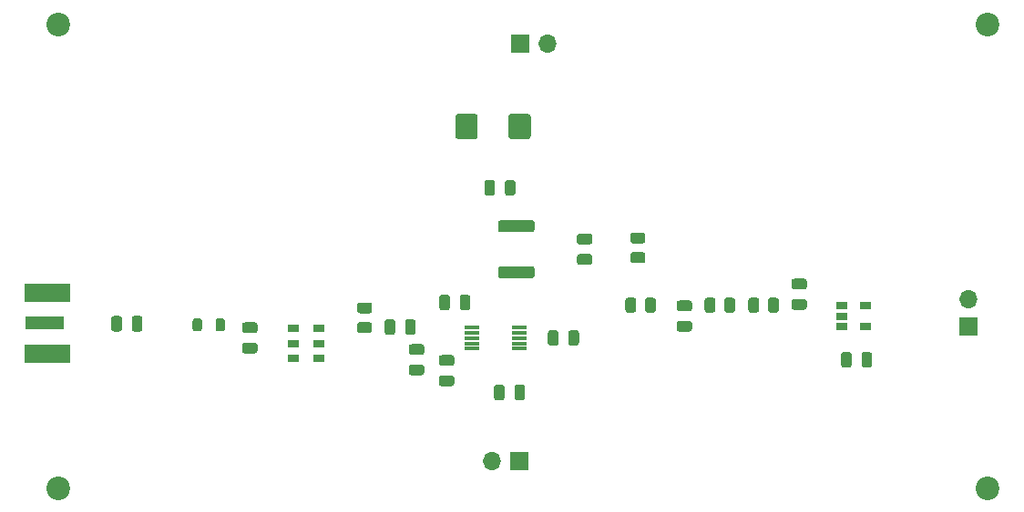
<source format=gbr>
%TF.GenerationSoftware,KiCad,Pcbnew,(5.1.9)-1*%
%TF.CreationDate,2021-03-17T18:43:56-04:00*%
%TF.ProjectId,NJR_New_Demod,4e4a525f-4e65-4775-9f44-656d6f642e6b,rev?*%
%TF.SameCoordinates,Original*%
%TF.FileFunction,Soldermask,Top*%
%TF.FilePolarity,Negative*%
%FSLAX46Y46*%
G04 Gerber Fmt 4.6, Leading zero omitted, Abs format (unit mm)*
G04 Created by KiCad (PCBNEW (5.1.9)-1) date 2021-03-17 18:43:56*
%MOMM*%
%LPD*%
G01*
G04 APERTURE LIST*
%ADD10R,1.050000X0.800000*%
%ADD11R,4.200000X1.750000*%
%ADD12R,3.600000X1.270000*%
%ADD13C,2.200000*%
%ADD14O,1.700000X1.700000*%
%ADD15R,1.700000X1.700000*%
%ADD16R,1.400000X0.300000*%
%ADD17R,1.060000X0.650000*%
G04 APERTURE END LIST*
D10*
%TO.C,U1*%
X96625000Y-90548000D03*
X96625000Y-91948000D03*
X96625000Y-93348000D03*
X94175000Y-93348000D03*
X94175000Y-91948000D03*
X94175000Y-90548000D03*
%TD*%
D11*
%TO.C,J1*%
X71320000Y-92893400D03*
X71320000Y-87243400D03*
D12*
X71120000Y-90068400D03*
%TD*%
D13*
%TO.C,H4*%
X158750000Y-105410000D03*
%TD*%
%TO.C,H3*%
X72390000Y-105410000D03*
%TD*%
%TO.C,H2*%
X158750000Y-62230000D03*
%TD*%
%TO.C,H1*%
X72390000Y-62230000D03*
%TD*%
%TO.C,CDC1*%
G36*
G01*
X78290000Y-89644200D02*
X78290000Y-90594200D01*
G75*
G02*
X78040000Y-90844200I-250000J0D01*
G01*
X77540000Y-90844200D01*
G75*
G02*
X77290000Y-90594200I0J250000D01*
G01*
X77290000Y-89644200D01*
G75*
G02*
X77540000Y-89394200I250000J0D01*
G01*
X78040000Y-89394200D01*
G75*
G02*
X78290000Y-89644200I0J-250000D01*
G01*
G37*
G36*
G01*
X80190000Y-89644200D02*
X80190000Y-90594200D01*
G75*
G02*
X79940000Y-90844200I-250000J0D01*
G01*
X79440000Y-90844200D01*
G75*
G02*
X79190000Y-90594200I0J250000D01*
G01*
X79190000Y-89644200D01*
G75*
G02*
X79440000Y-89394200I250000J0D01*
G01*
X79940000Y-89394200D01*
G75*
G02*
X80190000Y-89644200I0J-250000D01*
G01*
G37*
%TD*%
D14*
%TO.C,J_RSSI1*%
X112674400Y-102920800D03*
D15*
X115214400Y-102920800D03*
%TD*%
D14*
%TO.C,J_Power1*%
X117820440Y-64028320D03*
D15*
X115280440Y-64028320D03*
%TD*%
D14*
%TO.C,J_Audio1*%
X156959300Y-87820500D03*
D15*
X156959300Y-90360500D03*
%TD*%
D16*
%TO.C,U2*%
X115230000Y-90440000D03*
X115230000Y-90940000D03*
X115230000Y-91440000D03*
X115230000Y-91940000D03*
X115230000Y-92440000D03*
X110830000Y-92440000D03*
X110830000Y-91940000D03*
X110830000Y-91440000D03*
X110830000Y-90940000D03*
X110830000Y-90440000D03*
%TD*%
%TO.C,C1*%
G36*
G01*
X103690000Y-89949000D02*
X103690000Y-90899000D01*
G75*
G02*
X103440000Y-91149000I-250000J0D01*
G01*
X102940000Y-91149000D01*
G75*
G02*
X102690000Y-90899000I0J250000D01*
G01*
X102690000Y-89949000D01*
G75*
G02*
X102940000Y-89699000I250000J0D01*
G01*
X103440000Y-89699000D01*
G75*
G02*
X103690000Y-89949000I0J-250000D01*
G01*
G37*
G36*
G01*
X105590000Y-89949000D02*
X105590000Y-90899000D01*
G75*
G02*
X105340000Y-91149000I-250000J0D01*
G01*
X104840000Y-91149000D01*
G75*
G02*
X104590000Y-90899000I0J250000D01*
G01*
X104590000Y-89949000D01*
G75*
G02*
X104840000Y-89699000I250000J0D01*
G01*
X105340000Y-89699000D01*
G75*
G02*
X105590000Y-89949000I0J-250000D01*
G01*
G37*
%TD*%
D17*
%TO.C,U3*%
X147404000Y-88458000D03*
X147404000Y-90358000D03*
X145204000Y-90358000D03*
X145204000Y-89408000D03*
X145204000Y-88458000D03*
%TD*%
%TO.C,Rc1*%
G36*
G01*
X126092000Y-87941998D02*
X126092000Y-88842002D01*
G75*
G02*
X125842002Y-89092000I-249998J0D01*
G01*
X125316998Y-89092000D01*
G75*
G02*
X125067000Y-88842002I0J249998D01*
G01*
X125067000Y-87941998D01*
G75*
G02*
X125316998Y-87692000I249998J0D01*
G01*
X125842002Y-87692000D01*
G75*
G02*
X126092000Y-87941998I0J-249998D01*
G01*
G37*
G36*
G01*
X127917000Y-87941998D02*
X127917000Y-88842002D01*
G75*
G02*
X127667002Y-89092000I-249998J0D01*
G01*
X127141998Y-89092000D01*
G75*
G02*
X126892000Y-88842002I0J249998D01*
G01*
X126892000Y-87941998D01*
G75*
G02*
X127141998Y-87692000I249998J0D01*
G01*
X127667002Y-87692000D01*
G75*
G02*
X127917000Y-87941998I0J-249998D01*
G01*
G37*
%TD*%
%TO.C,Rb1*%
G36*
G01*
X133458000Y-87941998D02*
X133458000Y-88842002D01*
G75*
G02*
X133208002Y-89092000I-249998J0D01*
G01*
X132682998Y-89092000D01*
G75*
G02*
X132433000Y-88842002I0J249998D01*
G01*
X132433000Y-87941998D01*
G75*
G02*
X132682998Y-87692000I249998J0D01*
G01*
X133208002Y-87692000D01*
G75*
G02*
X133458000Y-87941998I0J-249998D01*
G01*
G37*
G36*
G01*
X135283000Y-87941998D02*
X135283000Y-88842002D01*
G75*
G02*
X135033002Y-89092000I-249998J0D01*
G01*
X134507998Y-89092000D01*
G75*
G02*
X134258000Y-88842002I0J249998D01*
G01*
X134258000Y-87941998D01*
G75*
G02*
X134507998Y-87692000I249998J0D01*
G01*
X135033002Y-87692000D01*
G75*
G02*
X135283000Y-87941998I0J-249998D01*
G01*
G37*
%TD*%
%TO.C,Ra1*%
G36*
G01*
X137522000Y-87941998D02*
X137522000Y-88842002D01*
G75*
G02*
X137272002Y-89092000I-249998J0D01*
G01*
X136746998Y-89092000D01*
G75*
G02*
X136497000Y-88842002I0J249998D01*
G01*
X136497000Y-87941998D01*
G75*
G02*
X136746998Y-87692000I249998J0D01*
G01*
X137272002Y-87692000D01*
G75*
G02*
X137522000Y-87941998I0J-249998D01*
G01*
G37*
G36*
G01*
X139347000Y-87941998D02*
X139347000Y-88842002D01*
G75*
G02*
X139097002Y-89092000I-249998J0D01*
G01*
X138571998Y-89092000D01*
G75*
G02*
X138322000Y-88842002I0J249998D01*
G01*
X138322000Y-87941998D01*
G75*
G02*
X138571998Y-87692000I249998J0D01*
G01*
X139097002Y-87692000D01*
G75*
G02*
X139347000Y-87941998I0J-249998D01*
G01*
G37*
%TD*%
%TO.C,R2*%
G36*
G01*
X125787998Y-83458000D02*
X126688002Y-83458000D01*
G75*
G02*
X126938000Y-83707998I0J-249998D01*
G01*
X126938000Y-84233002D01*
G75*
G02*
X126688002Y-84483000I-249998J0D01*
G01*
X125787998Y-84483000D01*
G75*
G02*
X125538000Y-84233002I0J249998D01*
G01*
X125538000Y-83707998D01*
G75*
G02*
X125787998Y-83458000I249998J0D01*
G01*
G37*
G36*
G01*
X125787998Y-81633000D02*
X126688002Y-81633000D01*
G75*
G02*
X126938000Y-81882998I0J-249998D01*
G01*
X126938000Y-82408002D01*
G75*
G02*
X126688002Y-82658000I-249998J0D01*
G01*
X125787998Y-82658000D01*
G75*
G02*
X125538000Y-82408002I0J249998D01*
G01*
X125538000Y-81882998D01*
G75*
G02*
X125787998Y-81633000I249998J0D01*
G01*
G37*
%TD*%
%TO.C,R1*%
G36*
G01*
X101288002Y-89158500D02*
X100387998Y-89158500D01*
G75*
G02*
X100138000Y-88908502I0J249998D01*
G01*
X100138000Y-88383498D01*
G75*
G02*
X100387998Y-88133500I249998J0D01*
G01*
X101288002Y-88133500D01*
G75*
G02*
X101538000Y-88383498I0J-249998D01*
G01*
X101538000Y-88908502D01*
G75*
G02*
X101288002Y-89158500I-249998J0D01*
G01*
G37*
G36*
G01*
X101288002Y-90983500D02*
X100387998Y-90983500D01*
G75*
G02*
X100138000Y-90733502I0J249998D01*
G01*
X100138000Y-90208498D01*
G75*
G02*
X100387998Y-89958500I249998J0D01*
G01*
X101288002Y-89958500D01*
G75*
G02*
X101538000Y-90208498I0J-249998D01*
G01*
X101538000Y-90733502D01*
G75*
G02*
X101288002Y-90983500I-249998J0D01*
G01*
G37*
%TD*%
%TO.C,LQ1_T1*%
G36*
G01*
X113484997Y-84760000D02*
X116385003Y-84760000D01*
G75*
G02*
X116635000Y-85009997I0J-249997D01*
G01*
X116635000Y-85635003D01*
G75*
G02*
X116385003Y-85885000I-249997J0D01*
G01*
X113484997Y-85885000D01*
G75*
G02*
X113235000Y-85635003I0J249997D01*
G01*
X113235000Y-85009997D01*
G75*
G02*
X113484997Y-84760000I249997J0D01*
G01*
G37*
G36*
G01*
X113484997Y-80485000D02*
X116385003Y-80485000D01*
G75*
G02*
X116635000Y-80734997I0J-249997D01*
G01*
X116635000Y-81360003D01*
G75*
G02*
X116385003Y-81610000I-249997J0D01*
G01*
X113484997Y-81610000D01*
G75*
G02*
X113235000Y-81360003I0J249997D01*
G01*
X113235000Y-80734997D01*
G75*
G02*
X113484997Y-80485000I249997J0D01*
G01*
G37*
%TD*%
%TO.C,LMatch1*%
G36*
G01*
X86985000Y-90602050D02*
X86985000Y-89839550D01*
G75*
G02*
X87203750Y-89620800I218750J0D01*
G01*
X87641250Y-89620800D01*
G75*
G02*
X87860000Y-89839550I0J-218750D01*
G01*
X87860000Y-90602050D01*
G75*
G02*
X87641250Y-90820800I-218750J0D01*
G01*
X87203750Y-90820800D01*
G75*
G02*
X86985000Y-90602050I0J218750D01*
G01*
G37*
G36*
G01*
X84860000Y-90602050D02*
X84860000Y-89839550D01*
G75*
G02*
X85078750Y-89620800I218750J0D01*
G01*
X85516250Y-89620800D01*
G75*
G02*
X85735000Y-89839550I0J-218750D01*
G01*
X85735000Y-90602050D01*
G75*
G02*
X85516250Y-90820800I-218750J0D01*
G01*
X85078750Y-90820800D01*
G75*
G02*
X84860000Y-90602050I0J218750D01*
G01*
G37*
%TD*%
%TO.C,CQ1*%
G36*
G01*
X120810000Y-83635000D02*
X121760000Y-83635000D01*
G75*
G02*
X122010000Y-83885000I0J-250000D01*
G01*
X122010000Y-84385000D01*
G75*
G02*
X121760000Y-84635000I-250000J0D01*
G01*
X120810000Y-84635000D01*
G75*
G02*
X120560000Y-84385000I0J250000D01*
G01*
X120560000Y-83885000D01*
G75*
G02*
X120810000Y-83635000I250000J0D01*
G01*
G37*
G36*
G01*
X120810000Y-81735000D02*
X121760000Y-81735000D01*
G75*
G02*
X122010000Y-81985000I0J-250000D01*
G01*
X122010000Y-82485000D01*
G75*
G02*
X121760000Y-82735000I-250000J0D01*
G01*
X120810000Y-82735000D01*
G75*
G02*
X120560000Y-82485000I0J250000D01*
G01*
X120560000Y-81985000D01*
G75*
G02*
X120810000Y-81735000I250000J0D01*
G01*
G37*
%TD*%
%TO.C,CMatch1*%
G36*
G01*
X89695000Y-91890000D02*
X90645000Y-91890000D01*
G75*
G02*
X90895000Y-92140000I0J-250000D01*
G01*
X90895000Y-92640000D01*
G75*
G02*
X90645000Y-92890000I-250000J0D01*
G01*
X89695000Y-92890000D01*
G75*
G02*
X89445000Y-92640000I0J250000D01*
G01*
X89445000Y-92140000D01*
G75*
G02*
X89695000Y-91890000I250000J0D01*
G01*
G37*
G36*
G01*
X89695000Y-89990000D02*
X90645000Y-89990000D01*
G75*
G02*
X90895000Y-90240000I0J-250000D01*
G01*
X90895000Y-90740000D01*
G75*
G02*
X90645000Y-90990000I-250000J0D01*
G01*
X89695000Y-90990000D01*
G75*
G02*
X89445000Y-90740000I0J250000D01*
G01*
X89445000Y-90240000D01*
G75*
G02*
X89695000Y-89990000I250000J0D01*
G01*
G37*
%TD*%
%TO.C,Cc1*%
G36*
G01*
X130081000Y-89858000D02*
X131031000Y-89858000D01*
G75*
G02*
X131281000Y-90108000I0J-250000D01*
G01*
X131281000Y-90608000D01*
G75*
G02*
X131031000Y-90858000I-250000J0D01*
G01*
X130081000Y-90858000D01*
G75*
G02*
X129831000Y-90608000I0J250000D01*
G01*
X129831000Y-90108000D01*
G75*
G02*
X130081000Y-89858000I250000J0D01*
G01*
G37*
G36*
G01*
X130081000Y-87958000D02*
X131031000Y-87958000D01*
G75*
G02*
X131281000Y-88208000I0J-250000D01*
G01*
X131281000Y-88708000D01*
G75*
G02*
X131031000Y-88958000I-250000J0D01*
G01*
X130081000Y-88958000D01*
G75*
G02*
X129831000Y-88708000I0J250000D01*
G01*
X129831000Y-88208000D01*
G75*
G02*
X130081000Y-87958000I250000J0D01*
G01*
G37*
%TD*%
%TO.C,Cb1*%
G36*
G01*
X141699000Y-86926000D02*
X140749000Y-86926000D01*
G75*
G02*
X140499000Y-86676000I0J250000D01*
G01*
X140499000Y-86176000D01*
G75*
G02*
X140749000Y-85926000I250000J0D01*
G01*
X141699000Y-85926000D01*
G75*
G02*
X141949000Y-86176000I0J-250000D01*
G01*
X141949000Y-86676000D01*
G75*
G02*
X141699000Y-86926000I-250000J0D01*
G01*
G37*
G36*
G01*
X141699000Y-88826000D02*
X140749000Y-88826000D01*
G75*
G02*
X140499000Y-88576000I0J250000D01*
G01*
X140499000Y-88076000D01*
G75*
G02*
X140749000Y-87826000I250000J0D01*
G01*
X141699000Y-87826000D01*
G75*
G02*
X141949000Y-88076000I0J-250000D01*
G01*
X141949000Y-88576000D01*
G75*
G02*
X141699000Y-88826000I-250000J0D01*
G01*
G37*
%TD*%
%TO.C,Ca1*%
G36*
G01*
X147008000Y-93947000D02*
X147008000Y-92997000D01*
G75*
G02*
X147258000Y-92747000I250000J0D01*
G01*
X147758000Y-92747000D01*
G75*
G02*
X148008000Y-92997000I0J-250000D01*
G01*
X148008000Y-93947000D01*
G75*
G02*
X147758000Y-94197000I-250000J0D01*
G01*
X147258000Y-94197000D01*
G75*
G02*
X147008000Y-93947000I0J250000D01*
G01*
G37*
G36*
G01*
X145108000Y-93947000D02*
X145108000Y-92997000D01*
G75*
G02*
X145358000Y-92747000I250000J0D01*
G01*
X145858000Y-92747000D01*
G75*
G02*
X146108000Y-92997000I0J-250000D01*
G01*
X146108000Y-93947000D01*
G75*
G02*
X145858000Y-94197000I-250000J0D01*
G01*
X145358000Y-94197000D01*
G75*
G02*
X145108000Y-93947000I0J250000D01*
G01*
G37*
%TD*%
%TO.C,C9*%
G36*
G01*
X111351000Y-70830000D02*
X111351000Y-72680000D01*
G75*
G02*
X111101000Y-72930000I-250000J0D01*
G01*
X109526000Y-72930000D01*
G75*
G02*
X109276000Y-72680000I0J250000D01*
G01*
X109276000Y-70830000D01*
G75*
G02*
X109526000Y-70580000I250000J0D01*
G01*
X111101000Y-70580000D01*
G75*
G02*
X111351000Y-70830000I0J-250000D01*
G01*
G37*
G36*
G01*
X116276000Y-70830000D02*
X116276000Y-72680000D01*
G75*
G02*
X116026000Y-72930000I-250000J0D01*
G01*
X114451000Y-72930000D01*
G75*
G02*
X114201000Y-72680000I0J250000D01*
G01*
X114201000Y-70830000D01*
G75*
G02*
X114451000Y-70580000I250000J0D01*
G01*
X116026000Y-70580000D01*
G75*
G02*
X116276000Y-70830000I0J-250000D01*
G01*
G37*
%TD*%
%TO.C,C8*%
G36*
G01*
X112961000Y-76995000D02*
X112961000Y-77945000D01*
G75*
G02*
X112711000Y-78195000I-250000J0D01*
G01*
X112211000Y-78195000D01*
G75*
G02*
X111961000Y-77945000I0J250000D01*
G01*
X111961000Y-76995000D01*
G75*
G02*
X112211000Y-76745000I250000J0D01*
G01*
X112711000Y-76745000D01*
G75*
G02*
X112961000Y-76995000I0J-250000D01*
G01*
G37*
G36*
G01*
X114861000Y-76995000D02*
X114861000Y-77945000D01*
G75*
G02*
X114611000Y-78195000I-250000J0D01*
G01*
X114111000Y-78195000D01*
G75*
G02*
X113861000Y-77945000I0J250000D01*
G01*
X113861000Y-76995000D01*
G75*
G02*
X114111000Y-76745000I250000J0D01*
G01*
X114611000Y-76745000D01*
G75*
G02*
X114861000Y-76995000I0J-250000D01*
G01*
G37*
%TD*%
%TO.C,C7*%
G36*
G01*
X108770000Y-87663000D02*
X108770000Y-88613000D01*
G75*
G02*
X108520000Y-88863000I-250000J0D01*
G01*
X108020000Y-88863000D01*
G75*
G02*
X107770000Y-88613000I0J250000D01*
G01*
X107770000Y-87663000D01*
G75*
G02*
X108020000Y-87413000I250000J0D01*
G01*
X108520000Y-87413000D01*
G75*
G02*
X108770000Y-87663000I0J-250000D01*
G01*
G37*
G36*
G01*
X110670000Y-87663000D02*
X110670000Y-88613000D01*
G75*
G02*
X110420000Y-88863000I-250000J0D01*
G01*
X109920000Y-88863000D01*
G75*
G02*
X109670000Y-88613000I0J250000D01*
G01*
X109670000Y-87663000D01*
G75*
G02*
X109920000Y-87413000I250000J0D01*
G01*
X110420000Y-87413000D01*
G75*
G02*
X110670000Y-87663000I0J-250000D01*
G01*
G37*
%TD*%
%TO.C,C5*%
G36*
G01*
X118864000Y-90965000D02*
X118864000Y-91915000D01*
G75*
G02*
X118614000Y-92165000I-250000J0D01*
G01*
X118114000Y-92165000D01*
G75*
G02*
X117864000Y-91915000I0J250000D01*
G01*
X117864000Y-90965000D01*
G75*
G02*
X118114000Y-90715000I250000J0D01*
G01*
X118614000Y-90715000D01*
G75*
G02*
X118864000Y-90965000I0J-250000D01*
G01*
G37*
G36*
G01*
X120764000Y-90965000D02*
X120764000Y-91915000D01*
G75*
G02*
X120514000Y-92165000I-250000J0D01*
G01*
X120014000Y-92165000D01*
G75*
G02*
X119764000Y-91915000I0J250000D01*
G01*
X119764000Y-90965000D01*
G75*
G02*
X120014000Y-90715000I250000J0D01*
G01*
X120514000Y-90715000D01*
G75*
G02*
X120764000Y-90965000I0J-250000D01*
G01*
G37*
%TD*%
%TO.C,C4*%
G36*
G01*
X114755000Y-96995000D02*
X114755000Y-96045000D01*
G75*
G02*
X115005000Y-95795000I250000J0D01*
G01*
X115505000Y-95795000D01*
G75*
G02*
X115755000Y-96045000I0J-250000D01*
G01*
X115755000Y-96995000D01*
G75*
G02*
X115505000Y-97245000I-250000J0D01*
G01*
X115005000Y-97245000D01*
G75*
G02*
X114755000Y-96995000I0J250000D01*
G01*
G37*
G36*
G01*
X112855000Y-96995000D02*
X112855000Y-96045000D01*
G75*
G02*
X113105000Y-95795000I250000J0D01*
G01*
X113605000Y-95795000D01*
G75*
G02*
X113855000Y-96045000I0J-250000D01*
G01*
X113855000Y-96995000D01*
G75*
G02*
X113605000Y-97245000I-250000J0D01*
G01*
X113105000Y-97245000D01*
G75*
G02*
X112855000Y-96995000I0J250000D01*
G01*
G37*
%TD*%
%TO.C,C3*%
G36*
G01*
X107983000Y-94938000D02*
X108933000Y-94938000D01*
G75*
G02*
X109183000Y-95188000I0J-250000D01*
G01*
X109183000Y-95688000D01*
G75*
G02*
X108933000Y-95938000I-250000J0D01*
G01*
X107983000Y-95938000D01*
G75*
G02*
X107733000Y-95688000I0J250000D01*
G01*
X107733000Y-95188000D01*
G75*
G02*
X107983000Y-94938000I250000J0D01*
G01*
G37*
G36*
G01*
X107983000Y-93038000D02*
X108933000Y-93038000D01*
G75*
G02*
X109183000Y-93288000I0J-250000D01*
G01*
X109183000Y-93788000D01*
G75*
G02*
X108933000Y-94038000I-250000J0D01*
G01*
X107983000Y-94038000D01*
G75*
G02*
X107733000Y-93788000I0J250000D01*
G01*
X107733000Y-93288000D01*
G75*
G02*
X107983000Y-93038000I250000J0D01*
G01*
G37*
%TD*%
%TO.C,C2*%
G36*
G01*
X105189000Y-93922000D02*
X106139000Y-93922000D01*
G75*
G02*
X106389000Y-94172000I0J-250000D01*
G01*
X106389000Y-94672000D01*
G75*
G02*
X106139000Y-94922000I-250000J0D01*
G01*
X105189000Y-94922000D01*
G75*
G02*
X104939000Y-94672000I0J250000D01*
G01*
X104939000Y-94172000D01*
G75*
G02*
X105189000Y-93922000I250000J0D01*
G01*
G37*
G36*
G01*
X105189000Y-92022000D02*
X106139000Y-92022000D01*
G75*
G02*
X106389000Y-92272000I0J-250000D01*
G01*
X106389000Y-92772000D01*
G75*
G02*
X106139000Y-93022000I-250000J0D01*
G01*
X105189000Y-93022000D01*
G75*
G02*
X104939000Y-92772000I0J250000D01*
G01*
X104939000Y-92272000D01*
G75*
G02*
X105189000Y-92022000I250000J0D01*
G01*
G37*
%TD*%
M02*

</source>
